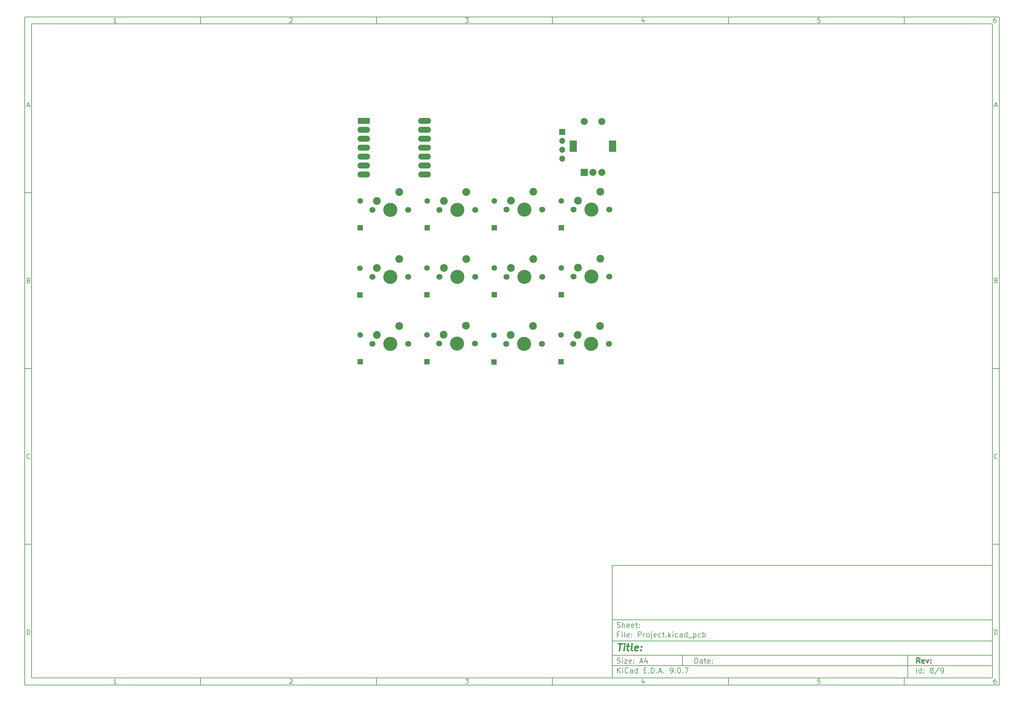
<source format=gbs>
%TF.GenerationSoftware,KiCad,Pcbnew,9.0.7*%
%TF.CreationDate,2026-02-26T16:53:45+05:30*%
%TF.ProjectId,Project,50726f6a-6563-4742-9e6b-696361645f70,rev?*%
%TF.SameCoordinates,Original*%
%TF.FileFunction,Soldermask,Bot*%
%TF.FilePolarity,Negative*%
%FSLAX46Y46*%
G04 Gerber Fmt 4.6, Leading zero omitted, Abs format (unit mm)*
G04 Created by KiCad (PCBNEW 9.0.7) date 2026-02-26 16:53:45*
%MOMM*%
%LPD*%
G01*
G04 APERTURE LIST*
G04 Aperture macros list*
%AMRoundRect*
0 Rectangle with rounded corners*
0 $1 Rounding radius*
0 $2 $3 $4 $5 $6 $7 $8 $9 X,Y pos of 4 corners*
0 Add a 4 corners polygon primitive as box body*
4,1,4,$2,$3,$4,$5,$6,$7,$8,$9,$2,$3,0*
0 Add four circle primitives for the rounded corners*
1,1,$1+$1,$2,$3*
1,1,$1+$1,$4,$5*
1,1,$1+$1,$6,$7*
1,1,$1+$1,$8,$9*
0 Add four rect primitives between the rounded corners*
20,1,$1+$1,$2,$3,$4,$5,0*
20,1,$1+$1,$4,$5,$6,$7,0*
20,1,$1+$1,$6,$7,$8,$9,0*
20,1,$1+$1,$8,$9,$2,$3,0*%
G04 Aperture macros list end*
%ADD10C,0.100000*%
%ADD11C,0.150000*%
%ADD12C,0.300000*%
%ADD13C,0.400000*%
%ADD14C,1.600000*%
%ADD15RoundRect,0.250000X0.550000X-0.550000X0.550000X0.550000X-0.550000X0.550000X-0.550000X-0.550000X0*%
%ADD16C,2.200000*%
%ADD17C,1.700000*%
%ADD18C,4.000000*%
%ADD19R,1.700000X1.700000*%
%ADD20O,1.700000X1.700000*%
%ADD21R,3.500000X1.700000*%
%ADD22O,3.600000X1.700000*%
%ADD23O,3.700000X1.700000*%
%ADD24R,2.000000X2.000000*%
%ADD25C,2.000000*%
%ADD26R,2.000000X3.200000*%
G04 APERTURE END LIST*
D10*
D11*
X177002200Y-166007200D02*
X285002200Y-166007200D01*
X285002200Y-198007200D01*
X177002200Y-198007200D01*
X177002200Y-166007200D01*
D10*
D11*
X10000000Y-10000000D02*
X287002200Y-10000000D01*
X287002200Y-200007200D01*
X10000000Y-200007200D01*
X10000000Y-10000000D01*
D10*
D11*
X12000000Y-12000000D02*
X285002200Y-12000000D01*
X285002200Y-198007200D01*
X12000000Y-198007200D01*
X12000000Y-12000000D01*
D10*
D11*
X60000000Y-12000000D02*
X60000000Y-10000000D01*
D10*
D11*
X110000000Y-12000000D02*
X110000000Y-10000000D01*
D10*
D11*
X160000000Y-12000000D02*
X160000000Y-10000000D01*
D10*
D11*
X210000000Y-12000000D02*
X210000000Y-10000000D01*
D10*
D11*
X260000000Y-12000000D02*
X260000000Y-10000000D01*
D10*
D11*
X36089160Y-11593604D02*
X35346303Y-11593604D01*
X35717731Y-11593604D02*
X35717731Y-10293604D01*
X35717731Y-10293604D02*
X35593922Y-10479319D01*
X35593922Y-10479319D02*
X35470112Y-10603128D01*
X35470112Y-10603128D02*
X35346303Y-10665033D01*
D10*
D11*
X85346303Y-10417414D02*
X85408207Y-10355509D01*
X85408207Y-10355509D02*
X85532017Y-10293604D01*
X85532017Y-10293604D02*
X85841541Y-10293604D01*
X85841541Y-10293604D02*
X85965350Y-10355509D01*
X85965350Y-10355509D02*
X86027255Y-10417414D01*
X86027255Y-10417414D02*
X86089160Y-10541223D01*
X86089160Y-10541223D02*
X86089160Y-10665033D01*
X86089160Y-10665033D02*
X86027255Y-10850747D01*
X86027255Y-10850747D02*
X85284398Y-11593604D01*
X85284398Y-11593604D02*
X86089160Y-11593604D01*
D10*
D11*
X135284398Y-10293604D02*
X136089160Y-10293604D01*
X136089160Y-10293604D02*
X135655826Y-10788842D01*
X135655826Y-10788842D02*
X135841541Y-10788842D01*
X135841541Y-10788842D02*
X135965350Y-10850747D01*
X135965350Y-10850747D02*
X136027255Y-10912652D01*
X136027255Y-10912652D02*
X136089160Y-11036461D01*
X136089160Y-11036461D02*
X136089160Y-11345985D01*
X136089160Y-11345985D02*
X136027255Y-11469795D01*
X136027255Y-11469795D02*
X135965350Y-11531700D01*
X135965350Y-11531700D02*
X135841541Y-11593604D01*
X135841541Y-11593604D02*
X135470112Y-11593604D01*
X135470112Y-11593604D02*
X135346303Y-11531700D01*
X135346303Y-11531700D02*
X135284398Y-11469795D01*
D10*
D11*
X185965350Y-10726938D02*
X185965350Y-11593604D01*
X185655826Y-10231700D02*
X185346303Y-11160271D01*
X185346303Y-11160271D02*
X186151064Y-11160271D01*
D10*
D11*
X236027255Y-10293604D02*
X235408207Y-10293604D01*
X235408207Y-10293604D02*
X235346303Y-10912652D01*
X235346303Y-10912652D02*
X235408207Y-10850747D01*
X235408207Y-10850747D02*
X235532017Y-10788842D01*
X235532017Y-10788842D02*
X235841541Y-10788842D01*
X235841541Y-10788842D02*
X235965350Y-10850747D01*
X235965350Y-10850747D02*
X236027255Y-10912652D01*
X236027255Y-10912652D02*
X236089160Y-11036461D01*
X236089160Y-11036461D02*
X236089160Y-11345985D01*
X236089160Y-11345985D02*
X236027255Y-11469795D01*
X236027255Y-11469795D02*
X235965350Y-11531700D01*
X235965350Y-11531700D02*
X235841541Y-11593604D01*
X235841541Y-11593604D02*
X235532017Y-11593604D01*
X235532017Y-11593604D02*
X235408207Y-11531700D01*
X235408207Y-11531700D02*
X235346303Y-11469795D01*
D10*
D11*
X285965350Y-10293604D02*
X285717731Y-10293604D01*
X285717731Y-10293604D02*
X285593922Y-10355509D01*
X285593922Y-10355509D02*
X285532017Y-10417414D01*
X285532017Y-10417414D02*
X285408207Y-10603128D01*
X285408207Y-10603128D02*
X285346303Y-10850747D01*
X285346303Y-10850747D02*
X285346303Y-11345985D01*
X285346303Y-11345985D02*
X285408207Y-11469795D01*
X285408207Y-11469795D02*
X285470112Y-11531700D01*
X285470112Y-11531700D02*
X285593922Y-11593604D01*
X285593922Y-11593604D02*
X285841541Y-11593604D01*
X285841541Y-11593604D02*
X285965350Y-11531700D01*
X285965350Y-11531700D02*
X286027255Y-11469795D01*
X286027255Y-11469795D02*
X286089160Y-11345985D01*
X286089160Y-11345985D02*
X286089160Y-11036461D01*
X286089160Y-11036461D02*
X286027255Y-10912652D01*
X286027255Y-10912652D02*
X285965350Y-10850747D01*
X285965350Y-10850747D02*
X285841541Y-10788842D01*
X285841541Y-10788842D02*
X285593922Y-10788842D01*
X285593922Y-10788842D02*
X285470112Y-10850747D01*
X285470112Y-10850747D02*
X285408207Y-10912652D01*
X285408207Y-10912652D02*
X285346303Y-11036461D01*
D10*
D11*
X60000000Y-198007200D02*
X60000000Y-200007200D01*
D10*
D11*
X110000000Y-198007200D02*
X110000000Y-200007200D01*
D10*
D11*
X160000000Y-198007200D02*
X160000000Y-200007200D01*
D10*
D11*
X210000000Y-198007200D02*
X210000000Y-200007200D01*
D10*
D11*
X260000000Y-198007200D02*
X260000000Y-200007200D01*
D10*
D11*
X36089160Y-199600804D02*
X35346303Y-199600804D01*
X35717731Y-199600804D02*
X35717731Y-198300804D01*
X35717731Y-198300804D02*
X35593922Y-198486519D01*
X35593922Y-198486519D02*
X35470112Y-198610328D01*
X35470112Y-198610328D02*
X35346303Y-198672233D01*
D10*
D11*
X85346303Y-198424614D02*
X85408207Y-198362709D01*
X85408207Y-198362709D02*
X85532017Y-198300804D01*
X85532017Y-198300804D02*
X85841541Y-198300804D01*
X85841541Y-198300804D02*
X85965350Y-198362709D01*
X85965350Y-198362709D02*
X86027255Y-198424614D01*
X86027255Y-198424614D02*
X86089160Y-198548423D01*
X86089160Y-198548423D02*
X86089160Y-198672233D01*
X86089160Y-198672233D02*
X86027255Y-198857947D01*
X86027255Y-198857947D02*
X85284398Y-199600804D01*
X85284398Y-199600804D02*
X86089160Y-199600804D01*
D10*
D11*
X135284398Y-198300804D02*
X136089160Y-198300804D01*
X136089160Y-198300804D02*
X135655826Y-198796042D01*
X135655826Y-198796042D02*
X135841541Y-198796042D01*
X135841541Y-198796042D02*
X135965350Y-198857947D01*
X135965350Y-198857947D02*
X136027255Y-198919852D01*
X136027255Y-198919852D02*
X136089160Y-199043661D01*
X136089160Y-199043661D02*
X136089160Y-199353185D01*
X136089160Y-199353185D02*
X136027255Y-199476995D01*
X136027255Y-199476995D02*
X135965350Y-199538900D01*
X135965350Y-199538900D02*
X135841541Y-199600804D01*
X135841541Y-199600804D02*
X135470112Y-199600804D01*
X135470112Y-199600804D02*
X135346303Y-199538900D01*
X135346303Y-199538900D02*
X135284398Y-199476995D01*
D10*
D11*
X185965350Y-198734138D02*
X185965350Y-199600804D01*
X185655826Y-198238900D02*
X185346303Y-199167471D01*
X185346303Y-199167471D02*
X186151064Y-199167471D01*
D10*
D11*
X236027255Y-198300804D02*
X235408207Y-198300804D01*
X235408207Y-198300804D02*
X235346303Y-198919852D01*
X235346303Y-198919852D02*
X235408207Y-198857947D01*
X235408207Y-198857947D02*
X235532017Y-198796042D01*
X235532017Y-198796042D02*
X235841541Y-198796042D01*
X235841541Y-198796042D02*
X235965350Y-198857947D01*
X235965350Y-198857947D02*
X236027255Y-198919852D01*
X236027255Y-198919852D02*
X236089160Y-199043661D01*
X236089160Y-199043661D02*
X236089160Y-199353185D01*
X236089160Y-199353185D02*
X236027255Y-199476995D01*
X236027255Y-199476995D02*
X235965350Y-199538900D01*
X235965350Y-199538900D02*
X235841541Y-199600804D01*
X235841541Y-199600804D02*
X235532017Y-199600804D01*
X235532017Y-199600804D02*
X235408207Y-199538900D01*
X235408207Y-199538900D02*
X235346303Y-199476995D01*
D10*
D11*
X285965350Y-198300804D02*
X285717731Y-198300804D01*
X285717731Y-198300804D02*
X285593922Y-198362709D01*
X285593922Y-198362709D02*
X285532017Y-198424614D01*
X285532017Y-198424614D02*
X285408207Y-198610328D01*
X285408207Y-198610328D02*
X285346303Y-198857947D01*
X285346303Y-198857947D02*
X285346303Y-199353185D01*
X285346303Y-199353185D02*
X285408207Y-199476995D01*
X285408207Y-199476995D02*
X285470112Y-199538900D01*
X285470112Y-199538900D02*
X285593922Y-199600804D01*
X285593922Y-199600804D02*
X285841541Y-199600804D01*
X285841541Y-199600804D02*
X285965350Y-199538900D01*
X285965350Y-199538900D02*
X286027255Y-199476995D01*
X286027255Y-199476995D02*
X286089160Y-199353185D01*
X286089160Y-199353185D02*
X286089160Y-199043661D01*
X286089160Y-199043661D02*
X286027255Y-198919852D01*
X286027255Y-198919852D02*
X285965350Y-198857947D01*
X285965350Y-198857947D02*
X285841541Y-198796042D01*
X285841541Y-198796042D02*
X285593922Y-198796042D01*
X285593922Y-198796042D02*
X285470112Y-198857947D01*
X285470112Y-198857947D02*
X285408207Y-198919852D01*
X285408207Y-198919852D02*
X285346303Y-199043661D01*
D10*
D11*
X10000000Y-60000000D02*
X12000000Y-60000000D01*
D10*
D11*
X10000000Y-110000000D02*
X12000000Y-110000000D01*
D10*
D11*
X10000000Y-160000000D02*
X12000000Y-160000000D01*
D10*
D11*
X10690476Y-35222176D02*
X11309523Y-35222176D01*
X10566666Y-35593604D02*
X10999999Y-34293604D01*
X10999999Y-34293604D02*
X11433333Y-35593604D01*
D10*
D11*
X11092857Y-84912652D02*
X11278571Y-84974557D01*
X11278571Y-84974557D02*
X11340476Y-85036461D01*
X11340476Y-85036461D02*
X11402380Y-85160271D01*
X11402380Y-85160271D02*
X11402380Y-85345985D01*
X11402380Y-85345985D02*
X11340476Y-85469795D01*
X11340476Y-85469795D02*
X11278571Y-85531700D01*
X11278571Y-85531700D02*
X11154761Y-85593604D01*
X11154761Y-85593604D02*
X10659523Y-85593604D01*
X10659523Y-85593604D02*
X10659523Y-84293604D01*
X10659523Y-84293604D02*
X11092857Y-84293604D01*
X11092857Y-84293604D02*
X11216666Y-84355509D01*
X11216666Y-84355509D02*
X11278571Y-84417414D01*
X11278571Y-84417414D02*
X11340476Y-84541223D01*
X11340476Y-84541223D02*
X11340476Y-84665033D01*
X11340476Y-84665033D02*
X11278571Y-84788842D01*
X11278571Y-84788842D02*
X11216666Y-84850747D01*
X11216666Y-84850747D02*
X11092857Y-84912652D01*
X11092857Y-84912652D02*
X10659523Y-84912652D01*
D10*
D11*
X11402380Y-135469795D02*
X11340476Y-135531700D01*
X11340476Y-135531700D02*
X11154761Y-135593604D01*
X11154761Y-135593604D02*
X11030952Y-135593604D01*
X11030952Y-135593604D02*
X10845238Y-135531700D01*
X10845238Y-135531700D02*
X10721428Y-135407890D01*
X10721428Y-135407890D02*
X10659523Y-135284080D01*
X10659523Y-135284080D02*
X10597619Y-135036461D01*
X10597619Y-135036461D02*
X10597619Y-134850747D01*
X10597619Y-134850747D02*
X10659523Y-134603128D01*
X10659523Y-134603128D02*
X10721428Y-134479319D01*
X10721428Y-134479319D02*
X10845238Y-134355509D01*
X10845238Y-134355509D02*
X11030952Y-134293604D01*
X11030952Y-134293604D02*
X11154761Y-134293604D01*
X11154761Y-134293604D02*
X11340476Y-134355509D01*
X11340476Y-134355509D02*
X11402380Y-134417414D01*
D10*
D11*
X10659523Y-185593604D02*
X10659523Y-184293604D01*
X10659523Y-184293604D02*
X10969047Y-184293604D01*
X10969047Y-184293604D02*
X11154761Y-184355509D01*
X11154761Y-184355509D02*
X11278571Y-184479319D01*
X11278571Y-184479319D02*
X11340476Y-184603128D01*
X11340476Y-184603128D02*
X11402380Y-184850747D01*
X11402380Y-184850747D02*
X11402380Y-185036461D01*
X11402380Y-185036461D02*
X11340476Y-185284080D01*
X11340476Y-185284080D02*
X11278571Y-185407890D01*
X11278571Y-185407890D02*
X11154761Y-185531700D01*
X11154761Y-185531700D02*
X10969047Y-185593604D01*
X10969047Y-185593604D02*
X10659523Y-185593604D01*
D10*
D11*
X287002200Y-60000000D02*
X285002200Y-60000000D01*
D10*
D11*
X287002200Y-110000000D02*
X285002200Y-110000000D01*
D10*
D11*
X287002200Y-160000000D02*
X285002200Y-160000000D01*
D10*
D11*
X285692676Y-35222176D02*
X286311723Y-35222176D01*
X285568866Y-35593604D02*
X286002199Y-34293604D01*
X286002199Y-34293604D02*
X286435533Y-35593604D01*
D10*
D11*
X286095057Y-84912652D02*
X286280771Y-84974557D01*
X286280771Y-84974557D02*
X286342676Y-85036461D01*
X286342676Y-85036461D02*
X286404580Y-85160271D01*
X286404580Y-85160271D02*
X286404580Y-85345985D01*
X286404580Y-85345985D02*
X286342676Y-85469795D01*
X286342676Y-85469795D02*
X286280771Y-85531700D01*
X286280771Y-85531700D02*
X286156961Y-85593604D01*
X286156961Y-85593604D02*
X285661723Y-85593604D01*
X285661723Y-85593604D02*
X285661723Y-84293604D01*
X285661723Y-84293604D02*
X286095057Y-84293604D01*
X286095057Y-84293604D02*
X286218866Y-84355509D01*
X286218866Y-84355509D02*
X286280771Y-84417414D01*
X286280771Y-84417414D02*
X286342676Y-84541223D01*
X286342676Y-84541223D02*
X286342676Y-84665033D01*
X286342676Y-84665033D02*
X286280771Y-84788842D01*
X286280771Y-84788842D02*
X286218866Y-84850747D01*
X286218866Y-84850747D02*
X286095057Y-84912652D01*
X286095057Y-84912652D02*
X285661723Y-84912652D01*
D10*
D11*
X286404580Y-135469795D02*
X286342676Y-135531700D01*
X286342676Y-135531700D02*
X286156961Y-135593604D01*
X286156961Y-135593604D02*
X286033152Y-135593604D01*
X286033152Y-135593604D02*
X285847438Y-135531700D01*
X285847438Y-135531700D02*
X285723628Y-135407890D01*
X285723628Y-135407890D02*
X285661723Y-135284080D01*
X285661723Y-135284080D02*
X285599819Y-135036461D01*
X285599819Y-135036461D02*
X285599819Y-134850747D01*
X285599819Y-134850747D02*
X285661723Y-134603128D01*
X285661723Y-134603128D02*
X285723628Y-134479319D01*
X285723628Y-134479319D02*
X285847438Y-134355509D01*
X285847438Y-134355509D02*
X286033152Y-134293604D01*
X286033152Y-134293604D02*
X286156961Y-134293604D01*
X286156961Y-134293604D02*
X286342676Y-134355509D01*
X286342676Y-134355509D02*
X286404580Y-134417414D01*
D10*
D11*
X285661723Y-185593604D02*
X285661723Y-184293604D01*
X285661723Y-184293604D02*
X285971247Y-184293604D01*
X285971247Y-184293604D02*
X286156961Y-184355509D01*
X286156961Y-184355509D02*
X286280771Y-184479319D01*
X286280771Y-184479319D02*
X286342676Y-184603128D01*
X286342676Y-184603128D02*
X286404580Y-184850747D01*
X286404580Y-184850747D02*
X286404580Y-185036461D01*
X286404580Y-185036461D02*
X286342676Y-185284080D01*
X286342676Y-185284080D02*
X286280771Y-185407890D01*
X286280771Y-185407890D02*
X286156961Y-185531700D01*
X286156961Y-185531700D02*
X285971247Y-185593604D01*
X285971247Y-185593604D02*
X285661723Y-185593604D01*
D10*
D11*
X200458026Y-193793328D02*
X200458026Y-192293328D01*
X200458026Y-192293328D02*
X200815169Y-192293328D01*
X200815169Y-192293328D02*
X201029455Y-192364757D01*
X201029455Y-192364757D02*
X201172312Y-192507614D01*
X201172312Y-192507614D02*
X201243741Y-192650471D01*
X201243741Y-192650471D02*
X201315169Y-192936185D01*
X201315169Y-192936185D02*
X201315169Y-193150471D01*
X201315169Y-193150471D02*
X201243741Y-193436185D01*
X201243741Y-193436185D02*
X201172312Y-193579042D01*
X201172312Y-193579042D02*
X201029455Y-193721900D01*
X201029455Y-193721900D02*
X200815169Y-193793328D01*
X200815169Y-193793328D02*
X200458026Y-193793328D01*
X202600884Y-193793328D02*
X202600884Y-193007614D01*
X202600884Y-193007614D02*
X202529455Y-192864757D01*
X202529455Y-192864757D02*
X202386598Y-192793328D01*
X202386598Y-192793328D02*
X202100884Y-192793328D01*
X202100884Y-192793328D02*
X201958026Y-192864757D01*
X202600884Y-193721900D02*
X202458026Y-193793328D01*
X202458026Y-193793328D02*
X202100884Y-193793328D01*
X202100884Y-193793328D02*
X201958026Y-193721900D01*
X201958026Y-193721900D02*
X201886598Y-193579042D01*
X201886598Y-193579042D02*
X201886598Y-193436185D01*
X201886598Y-193436185D02*
X201958026Y-193293328D01*
X201958026Y-193293328D02*
X202100884Y-193221900D01*
X202100884Y-193221900D02*
X202458026Y-193221900D01*
X202458026Y-193221900D02*
X202600884Y-193150471D01*
X203100884Y-192793328D02*
X203672312Y-192793328D01*
X203315169Y-192293328D02*
X203315169Y-193579042D01*
X203315169Y-193579042D02*
X203386598Y-193721900D01*
X203386598Y-193721900D02*
X203529455Y-193793328D01*
X203529455Y-193793328D02*
X203672312Y-193793328D01*
X204743741Y-193721900D02*
X204600884Y-193793328D01*
X204600884Y-193793328D02*
X204315170Y-193793328D01*
X204315170Y-193793328D02*
X204172312Y-193721900D01*
X204172312Y-193721900D02*
X204100884Y-193579042D01*
X204100884Y-193579042D02*
X204100884Y-193007614D01*
X204100884Y-193007614D02*
X204172312Y-192864757D01*
X204172312Y-192864757D02*
X204315170Y-192793328D01*
X204315170Y-192793328D02*
X204600884Y-192793328D01*
X204600884Y-192793328D02*
X204743741Y-192864757D01*
X204743741Y-192864757D02*
X204815170Y-193007614D01*
X204815170Y-193007614D02*
X204815170Y-193150471D01*
X204815170Y-193150471D02*
X204100884Y-193293328D01*
X205458026Y-193650471D02*
X205529455Y-193721900D01*
X205529455Y-193721900D02*
X205458026Y-193793328D01*
X205458026Y-193793328D02*
X205386598Y-193721900D01*
X205386598Y-193721900D02*
X205458026Y-193650471D01*
X205458026Y-193650471D02*
X205458026Y-193793328D01*
X205458026Y-192864757D02*
X205529455Y-192936185D01*
X205529455Y-192936185D02*
X205458026Y-193007614D01*
X205458026Y-193007614D02*
X205386598Y-192936185D01*
X205386598Y-192936185D02*
X205458026Y-192864757D01*
X205458026Y-192864757D02*
X205458026Y-193007614D01*
D10*
D11*
X177002200Y-194507200D02*
X285002200Y-194507200D01*
D10*
D11*
X178458026Y-196593328D02*
X178458026Y-195093328D01*
X179315169Y-196593328D02*
X178672312Y-195736185D01*
X179315169Y-195093328D02*
X178458026Y-195950471D01*
X179958026Y-196593328D02*
X179958026Y-195593328D01*
X179958026Y-195093328D02*
X179886598Y-195164757D01*
X179886598Y-195164757D02*
X179958026Y-195236185D01*
X179958026Y-195236185D02*
X180029455Y-195164757D01*
X180029455Y-195164757D02*
X179958026Y-195093328D01*
X179958026Y-195093328D02*
X179958026Y-195236185D01*
X181529455Y-196450471D02*
X181458027Y-196521900D01*
X181458027Y-196521900D02*
X181243741Y-196593328D01*
X181243741Y-196593328D02*
X181100884Y-196593328D01*
X181100884Y-196593328D02*
X180886598Y-196521900D01*
X180886598Y-196521900D02*
X180743741Y-196379042D01*
X180743741Y-196379042D02*
X180672312Y-196236185D01*
X180672312Y-196236185D02*
X180600884Y-195950471D01*
X180600884Y-195950471D02*
X180600884Y-195736185D01*
X180600884Y-195736185D02*
X180672312Y-195450471D01*
X180672312Y-195450471D02*
X180743741Y-195307614D01*
X180743741Y-195307614D02*
X180886598Y-195164757D01*
X180886598Y-195164757D02*
X181100884Y-195093328D01*
X181100884Y-195093328D02*
X181243741Y-195093328D01*
X181243741Y-195093328D02*
X181458027Y-195164757D01*
X181458027Y-195164757D02*
X181529455Y-195236185D01*
X182815170Y-196593328D02*
X182815170Y-195807614D01*
X182815170Y-195807614D02*
X182743741Y-195664757D01*
X182743741Y-195664757D02*
X182600884Y-195593328D01*
X182600884Y-195593328D02*
X182315170Y-195593328D01*
X182315170Y-195593328D02*
X182172312Y-195664757D01*
X182815170Y-196521900D02*
X182672312Y-196593328D01*
X182672312Y-196593328D02*
X182315170Y-196593328D01*
X182315170Y-196593328D02*
X182172312Y-196521900D01*
X182172312Y-196521900D02*
X182100884Y-196379042D01*
X182100884Y-196379042D02*
X182100884Y-196236185D01*
X182100884Y-196236185D02*
X182172312Y-196093328D01*
X182172312Y-196093328D02*
X182315170Y-196021900D01*
X182315170Y-196021900D02*
X182672312Y-196021900D01*
X182672312Y-196021900D02*
X182815170Y-195950471D01*
X184172313Y-196593328D02*
X184172313Y-195093328D01*
X184172313Y-196521900D02*
X184029455Y-196593328D01*
X184029455Y-196593328D02*
X183743741Y-196593328D01*
X183743741Y-196593328D02*
X183600884Y-196521900D01*
X183600884Y-196521900D02*
X183529455Y-196450471D01*
X183529455Y-196450471D02*
X183458027Y-196307614D01*
X183458027Y-196307614D02*
X183458027Y-195879042D01*
X183458027Y-195879042D02*
X183529455Y-195736185D01*
X183529455Y-195736185D02*
X183600884Y-195664757D01*
X183600884Y-195664757D02*
X183743741Y-195593328D01*
X183743741Y-195593328D02*
X184029455Y-195593328D01*
X184029455Y-195593328D02*
X184172313Y-195664757D01*
X186029455Y-195807614D02*
X186529455Y-195807614D01*
X186743741Y-196593328D02*
X186029455Y-196593328D01*
X186029455Y-196593328D02*
X186029455Y-195093328D01*
X186029455Y-195093328D02*
X186743741Y-195093328D01*
X187386598Y-196450471D02*
X187458027Y-196521900D01*
X187458027Y-196521900D02*
X187386598Y-196593328D01*
X187386598Y-196593328D02*
X187315170Y-196521900D01*
X187315170Y-196521900D02*
X187386598Y-196450471D01*
X187386598Y-196450471D02*
X187386598Y-196593328D01*
X188100884Y-196593328D02*
X188100884Y-195093328D01*
X188100884Y-195093328D02*
X188458027Y-195093328D01*
X188458027Y-195093328D02*
X188672313Y-195164757D01*
X188672313Y-195164757D02*
X188815170Y-195307614D01*
X188815170Y-195307614D02*
X188886599Y-195450471D01*
X188886599Y-195450471D02*
X188958027Y-195736185D01*
X188958027Y-195736185D02*
X188958027Y-195950471D01*
X188958027Y-195950471D02*
X188886599Y-196236185D01*
X188886599Y-196236185D02*
X188815170Y-196379042D01*
X188815170Y-196379042D02*
X188672313Y-196521900D01*
X188672313Y-196521900D02*
X188458027Y-196593328D01*
X188458027Y-196593328D02*
X188100884Y-196593328D01*
X189600884Y-196450471D02*
X189672313Y-196521900D01*
X189672313Y-196521900D02*
X189600884Y-196593328D01*
X189600884Y-196593328D02*
X189529456Y-196521900D01*
X189529456Y-196521900D02*
X189600884Y-196450471D01*
X189600884Y-196450471D02*
X189600884Y-196593328D01*
X190243742Y-196164757D02*
X190958028Y-196164757D01*
X190100885Y-196593328D02*
X190600885Y-195093328D01*
X190600885Y-195093328D02*
X191100885Y-196593328D01*
X191600884Y-196450471D02*
X191672313Y-196521900D01*
X191672313Y-196521900D02*
X191600884Y-196593328D01*
X191600884Y-196593328D02*
X191529456Y-196521900D01*
X191529456Y-196521900D02*
X191600884Y-196450471D01*
X191600884Y-196450471D02*
X191600884Y-196593328D01*
X193529456Y-196593328D02*
X193815170Y-196593328D01*
X193815170Y-196593328D02*
X193958027Y-196521900D01*
X193958027Y-196521900D02*
X194029456Y-196450471D01*
X194029456Y-196450471D02*
X194172313Y-196236185D01*
X194172313Y-196236185D02*
X194243742Y-195950471D01*
X194243742Y-195950471D02*
X194243742Y-195379042D01*
X194243742Y-195379042D02*
X194172313Y-195236185D01*
X194172313Y-195236185D02*
X194100885Y-195164757D01*
X194100885Y-195164757D02*
X193958027Y-195093328D01*
X193958027Y-195093328D02*
X193672313Y-195093328D01*
X193672313Y-195093328D02*
X193529456Y-195164757D01*
X193529456Y-195164757D02*
X193458027Y-195236185D01*
X193458027Y-195236185D02*
X193386599Y-195379042D01*
X193386599Y-195379042D02*
X193386599Y-195736185D01*
X193386599Y-195736185D02*
X193458027Y-195879042D01*
X193458027Y-195879042D02*
X193529456Y-195950471D01*
X193529456Y-195950471D02*
X193672313Y-196021900D01*
X193672313Y-196021900D02*
X193958027Y-196021900D01*
X193958027Y-196021900D02*
X194100885Y-195950471D01*
X194100885Y-195950471D02*
X194172313Y-195879042D01*
X194172313Y-195879042D02*
X194243742Y-195736185D01*
X194886598Y-196450471D02*
X194958027Y-196521900D01*
X194958027Y-196521900D02*
X194886598Y-196593328D01*
X194886598Y-196593328D02*
X194815170Y-196521900D01*
X194815170Y-196521900D02*
X194886598Y-196450471D01*
X194886598Y-196450471D02*
X194886598Y-196593328D01*
X195886599Y-195093328D02*
X196029456Y-195093328D01*
X196029456Y-195093328D02*
X196172313Y-195164757D01*
X196172313Y-195164757D02*
X196243742Y-195236185D01*
X196243742Y-195236185D02*
X196315170Y-195379042D01*
X196315170Y-195379042D02*
X196386599Y-195664757D01*
X196386599Y-195664757D02*
X196386599Y-196021900D01*
X196386599Y-196021900D02*
X196315170Y-196307614D01*
X196315170Y-196307614D02*
X196243742Y-196450471D01*
X196243742Y-196450471D02*
X196172313Y-196521900D01*
X196172313Y-196521900D02*
X196029456Y-196593328D01*
X196029456Y-196593328D02*
X195886599Y-196593328D01*
X195886599Y-196593328D02*
X195743742Y-196521900D01*
X195743742Y-196521900D02*
X195672313Y-196450471D01*
X195672313Y-196450471D02*
X195600884Y-196307614D01*
X195600884Y-196307614D02*
X195529456Y-196021900D01*
X195529456Y-196021900D02*
X195529456Y-195664757D01*
X195529456Y-195664757D02*
X195600884Y-195379042D01*
X195600884Y-195379042D02*
X195672313Y-195236185D01*
X195672313Y-195236185D02*
X195743742Y-195164757D01*
X195743742Y-195164757D02*
X195886599Y-195093328D01*
X197029455Y-196450471D02*
X197100884Y-196521900D01*
X197100884Y-196521900D02*
X197029455Y-196593328D01*
X197029455Y-196593328D02*
X196958027Y-196521900D01*
X196958027Y-196521900D02*
X197029455Y-196450471D01*
X197029455Y-196450471D02*
X197029455Y-196593328D01*
X197600884Y-195093328D02*
X198600884Y-195093328D01*
X198600884Y-195093328D02*
X197958027Y-196593328D01*
D10*
D11*
X177002200Y-191507200D02*
X285002200Y-191507200D01*
D10*
D12*
X264413853Y-193785528D02*
X263913853Y-193071242D01*
X263556710Y-193785528D02*
X263556710Y-192285528D01*
X263556710Y-192285528D02*
X264128139Y-192285528D01*
X264128139Y-192285528D02*
X264270996Y-192356957D01*
X264270996Y-192356957D02*
X264342425Y-192428385D01*
X264342425Y-192428385D02*
X264413853Y-192571242D01*
X264413853Y-192571242D02*
X264413853Y-192785528D01*
X264413853Y-192785528D02*
X264342425Y-192928385D01*
X264342425Y-192928385D02*
X264270996Y-192999814D01*
X264270996Y-192999814D02*
X264128139Y-193071242D01*
X264128139Y-193071242D02*
X263556710Y-193071242D01*
X265628139Y-193714100D02*
X265485282Y-193785528D01*
X265485282Y-193785528D02*
X265199568Y-193785528D01*
X265199568Y-193785528D02*
X265056710Y-193714100D01*
X265056710Y-193714100D02*
X264985282Y-193571242D01*
X264985282Y-193571242D02*
X264985282Y-192999814D01*
X264985282Y-192999814D02*
X265056710Y-192856957D01*
X265056710Y-192856957D02*
X265199568Y-192785528D01*
X265199568Y-192785528D02*
X265485282Y-192785528D01*
X265485282Y-192785528D02*
X265628139Y-192856957D01*
X265628139Y-192856957D02*
X265699568Y-192999814D01*
X265699568Y-192999814D02*
X265699568Y-193142671D01*
X265699568Y-193142671D02*
X264985282Y-193285528D01*
X266199567Y-192785528D02*
X266556710Y-193785528D01*
X266556710Y-193785528D02*
X266913853Y-192785528D01*
X267485281Y-193642671D02*
X267556710Y-193714100D01*
X267556710Y-193714100D02*
X267485281Y-193785528D01*
X267485281Y-193785528D02*
X267413853Y-193714100D01*
X267413853Y-193714100D02*
X267485281Y-193642671D01*
X267485281Y-193642671D02*
X267485281Y-193785528D01*
X267485281Y-192856957D02*
X267556710Y-192928385D01*
X267556710Y-192928385D02*
X267485281Y-192999814D01*
X267485281Y-192999814D02*
X267413853Y-192928385D01*
X267413853Y-192928385D02*
X267485281Y-192856957D01*
X267485281Y-192856957D02*
X267485281Y-192999814D01*
D10*
D11*
X178386598Y-193721900D02*
X178600884Y-193793328D01*
X178600884Y-193793328D02*
X178958026Y-193793328D01*
X178958026Y-193793328D02*
X179100884Y-193721900D01*
X179100884Y-193721900D02*
X179172312Y-193650471D01*
X179172312Y-193650471D02*
X179243741Y-193507614D01*
X179243741Y-193507614D02*
X179243741Y-193364757D01*
X179243741Y-193364757D02*
X179172312Y-193221900D01*
X179172312Y-193221900D02*
X179100884Y-193150471D01*
X179100884Y-193150471D02*
X178958026Y-193079042D01*
X178958026Y-193079042D02*
X178672312Y-193007614D01*
X178672312Y-193007614D02*
X178529455Y-192936185D01*
X178529455Y-192936185D02*
X178458026Y-192864757D01*
X178458026Y-192864757D02*
X178386598Y-192721900D01*
X178386598Y-192721900D02*
X178386598Y-192579042D01*
X178386598Y-192579042D02*
X178458026Y-192436185D01*
X178458026Y-192436185D02*
X178529455Y-192364757D01*
X178529455Y-192364757D02*
X178672312Y-192293328D01*
X178672312Y-192293328D02*
X179029455Y-192293328D01*
X179029455Y-192293328D02*
X179243741Y-192364757D01*
X179886597Y-193793328D02*
X179886597Y-192793328D01*
X179886597Y-192293328D02*
X179815169Y-192364757D01*
X179815169Y-192364757D02*
X179886597Y-192436185D01*
X179886597Y-192436185D02*
X179958026Y-192364757D01*
X179958026Y-192364757D02*
X179886597Y-192293328D01*
X179886597Y-192293328D02*
X179886597Y-192436185D01*
X180458026Y-192793328D02*
X181243741Y-192793328D01*
X181243741Y-192793328D02*
X180458026Y-193793328D01*
X180458026Y-193793328D02*
X181243741Y-193793328D01*
X182386598Y-193721900D02*
X182243741Y-193793328D01*
X182243741Y-193793328D02*
X181958027Y-193793328D01*
X181958027Y-193793328D02*
X181815169Y-193721900D01*
X181815169Y-193721900D02*
X181743741Y-193579042D01*
X181743741Y-193579042D02*
X181743741Y-193007614D01*
X181743741Y-193007614D02*
X181815169Y-192864757D01*
X181815169Y-192864757D02*
X181958027Y-192793328D01*
X181958027Y-192793328D02*
X182243741Y-192793328D01*
X182243741Y-192793328D02*
X182386598Y-192864757D01*
X182386598Y-192864757D02*
X182458027Y-193007614D01*
X182458027Y-193007614D02*
X182458027Y-193150471D01*
X182458027Y-193150471D02*
X181743741Y-193293328D01*
X183100883Y-193650471D02*
X183172312Y-193721900D01*
X183172312Y-193721900D02*
X183100883Y-193793328D01*
X183100883Y-193793328D02*
X183029455Y-193721900D01*
X183029455Y-193721900D02*
X183100883Y-193650471D01*
X183100883Y-193650471D02*
X183100883Y-193793328D01*
X183100883Y-192864757D02*
X183172312Y-192936185D01*
X183172312Y-192936185D02*
X183100883Y-193007614D01*
X183100883Y-193007614D02*
X183029455Y-192936185D01*
X183029455Y-192936185D02*
X183100883Y-192864757D01*
X183100883Y-192864757D02*
X183100883Y-193007614D01*
X184886598Y-193364757D02*
X185600884Y-193364757D01*
X184743741Y-193793328D02*
X185243741Y-192293328D01*
X185243741Y-192293328D02*
X185743741Y-193793328D01*
X186886598Y-192793328D02*
X186886598Y-193793328D01*
X186529455Y-192221900D02*
X186172312Y-193293328D01*
X186172312Y-193293328D02*
X187100883Y-193293328D01*
D10*
D11*
X263458026Y-196593328D02*
X263458026Y-195093328D01*
X264815170Y-196593328D02*
X264815170Y-195093328D01*
X264815170Y-196521900D02*
X264672312Y-196593328D01*
X264672312Y-196593328D02*
X264386598Y-196593328D01*
X264386598Y-196593328D02*
X264243741Y-196521900D01*
X264243741Y-196521900D02*
X264172312Y-196450471D01*
X264172312Y-196450471D02*
X264100884Y-196307614D01*
X264100884Y-196307614D02*
X264100884Y-195879042D01*
X264100884Y-195879042D02*
X264172312Y-195736185D01*
X264172312Y-195736185D02*
X264243741Y-195664757D01*
X264243741Y-195664757D02*
X264386598Y-195593328D01*
X264386598Y-195593328D02*
X264672312Y-195593328D01*
X264672312Y-195593328D02*
X264815170Y-195664757D01*
X265529455Y-196450471D02*
X265600884Y-196521900D01*
X265600884Y-196521900D02*
X265529455Y-196593328D01*
X265529455Y-196593328D02*
X265458027Y-196521900D01*
X265458027Y-196521900D02*
X265529455Y-196450471D01*
X265529455Y-196450471D02*
X265529455Y-196593328D01*
X265529455Y-195664757D02*
X265600884Y-195736185D01*
X265600884Y-195736185D02*
X265529455Y-195807614D01*
X265529455Y-195807614D02*
X265458027Y-195736185D01*
X265458027Y-195736185D02*
X265529455Y-195664757D01*
X265529455Y-195664757D02*
X265529455Y-195807614D01*
X267600884Y-195736185D02*
X267458027Y-195664757D01*
X267458027Y-195664757D02*
X267386598Y-195593328D01*
X267386598Y-195593328D02*
X267315170Y-195450471D01*
X267315170Y-195450471D02*
X267315170Y-195379042D01*
X267315170Y-195379042D02*
X267386598Y-195236185D01*
X267386598Y-195236185D02*
X267458027Y-195164757D01*
X267458027Y-195164757D02*
X267600884Y-195093328D01*
X267600884Y-195093328D02*
X267886598Y-195093328D01*
X267886598Y-195093328D02*
X268029456Y-195164757D01*
X268029456Y-195164757D02*
X268100884Y-195236185D01*
X268100884Y-195236185D02*
X268172313Y-195379042D01*
X268172313Y-195379042D02*
X268172313Y-195450471D01*
X268172313Y-195450471D02*
X268100884Y-195593328D01*
X268100884Y-195593328D02*
X268029456Y-195664757D01*
X268029456Y-195664757D02*
X267886598Y-195736185D01*
X267886598Y-195736185D02*
X267600884Y-195736185D01*
X267600884Y-195736185D02*
X267458027Y-195807614D01*
X267458027Y-195807614D02*
X267386598Y-195879042D01*
X267386598Y-195879042D02*
X267315170Y-196021900D01*
X267315170Y-196021900D02*
X267315170Y-196307614D01*
X267315170Y-196307614D02*
X267386598Y-196450471D01*
X267386598Y-196450471D02*
X267458027Y-196521900D01*
X267458027Y-196521900D02*
X267600884Y-196593328D01*
X267600884Y-196593328D02*
X267886598Y-196593328D01*
X267886598Y-196593328D02*
X268029456Y-196521900D01*
X268029456Y-196521900D02*
X268100884Y-196450471D01*
X268100884Y-196450471D02*
X268172313Y-196307614D01*
X268172313Y-196307614D02*
X268172313Y-196021900D01*
X268172313Y-196021900D02*
X268100884Y-195879042D01*
X268100884Y-195879042D02*
X268029456Y-195807614D01*
X268029456Y-195807614D02*
X267886598Y-195736185D01*
X269886598Y-195021900D02*
X268600884Y-196950471D01*
X270458027Y-196593328D02*
X270743741Y-196593328D01*
X270743741Y-196593328D02*
X270886598Y-196521900D01*
X270886598Y-196521900D02*
X270958027Y-196450471D01*
X270958027Y-196450471D02*
X271100884Y-196236185D01*
X271100884Y-196236185D02*
X271172313Y-195950471D01*
X271172313Y-195950471D02*
X271172313Y-195379042D01*
X271172313Y-195379042D02*
X271100884Y-195236185D01*
X271100884Y-195236185D02*
X271029456Y-195164757D01*
X271029456Y-195164757D02*
X270886598Y-195093328D01*
X270886598Y-195093328D02*
X270600884Y-195093328D01*
X270600884Y-195093328D02*
X270458027Y-195164757D01*
X270458027Y-195164757D02*
X270386598Y-195236185D01*
X270386598Y-195236185D02*
X270315170Y-195379042D01*
X270315170Y-195379042D02*
X270315170Y-195736185D01*
X270315170Y-195736185D02*
X270386598Y-195879042D01*
X270386598Y-195879042D02*
X270458027Y-195950471D01*
X270458027Y-195950471D02*
X270600884Y-196021900D01*
X270600884Y-196021900D02*
X270886598Y-196021900D01*
X270886598Y-196021900D02*
X271029456Y-195950471D01*
X271029456Y-195950471D02*
X271100884Y-195879042D01*
X271100884Y-195879042D02*
X271172313Y-195736185D01*
D10*
D11*
X177002200Y-187507200D02*
X285002200Y-187507200D01*
D10*
D13*
X178693928Y-188211638D02*
X179836785Y-188211638D01*
X179015357Y-190211638D02*
X179265357Y-188211638D01*
X180253452Y-190211638D02*
X180420119Y-188878304D01*
X180503452Y-188211638D02*
X180396309Y-188306876D01*
X180396309Y-188306876D02*
X180479643Y-188402114D01*
X180479643Y-188402114D02*
X180586786Y-188306876D01*
X180586786Y-188306876D02*
X180503452Y-188211638D01*
X180503452Y-188211638D02*
X180479643Y-188402114D01*
X181086786Y-188878304D02*
X181848690Y-188878304D01*
X181455833Y-188211638D02*
X181241548Y-189925923D01*
X181241548Y-189925923D02*
X181312976Y-190116400D01*
X181312976Y-190116400D02*
X181491548Y-190211638D01*
X181491548Y-190211638D02*
X181682024Y-190211638D01*
X182634405Y-190211638D02*
X182455833Y-190116400D01*
X182455833Y-190116400D02*
X182384405Y-189925923D01*
X182384405Y-189925923D02*
X182598690Y-188211638D01*
X184170119Y-190116400D02*
X183967738Y-190211638D01*
X183967738Y-190211638D02*
X183586785Y-190211638D01*
X183586785Y-190211638D02*
X183408214Y-190116400D01*
X183408214Y-190116400D02*
X183336785Y-189925923D01*
X183336785Y-189925923D02*
X183432024Y-189164019D01*
X183432024Y-189164019D02*
X183551071Y-188973542D01*
X183551071Y-188973542D02*
X183753452Y-188878304D01*
X183753452Y-188878304D02*
X184134404Y-188878304D01*
X184134404Y-188878304D02*
X184312976Y-188973542D01*
X184312976Y-188973542D02*
X184384404Y-189164019D01*
X184384404Y-189164019D02*
X184360595Y-189354495D01*
X184360595Y-189354495D02*
X183384404Y-189544971D01*
X185134405Y-190021161D02*
X185217738Y-190116400D01*
X185217738Y-190116400D02*
X185110595Y-190211638D01*
X185110595Y-190211638D02*
X185027262Y-190116400D01*
X185027262Y-190116400D02*
X185134405Y-190021161D01*
X185134405Y-190021161D02*
X185110595Y-190211638D01*
X185265357Y-188973542D02*
X185348690Y-189068780D01*
X185348690Y-189068780D02*
X185241548Y-189164019D01*
X185241548Y-189164019D02*
X185158214Y-189068780D01*
X185158214Y-189068780D02*
X185265357Y-188973542D01*
X185265357Y-188973542D02*
X185241548Y-189164019D01*
D10*
D11*
X178958026Y-185607614D02*
X178458026Y-185607614D01*
X178458026Y-186393328D02*
X178458026Y-184893328D01*
X178458026Y-184893328D02*
X179172312Y-184893328D01*
X179743740Y-186393328D02*
X179743740Y-185393328D01*
X179743740Y-184893328D02*
X179672312Y-184964757D01*
X179672312Y-184964757D02*
X179743740Y-185036185D01*
X179743740Y-185036185D02*
X179815169Y-184964757D01*
X179815169Y-184964757D02*
X179743740Y-184893328D01*
X179743740Y-184893328D02*
X179743740Y-185036185D01*
X180672312Y-186393328D02*
X180529455Y-186321900D01*
X180529455Y-186321900D02*
X180458026Y-186179042D01*
X180458026Y-186179042D02*
X180458026Y-184893328D01*
X181815169Y-186321900D02*
X181672312Y-186393328D01*
X181672312Y-186393328D02*
X181386598Y-186393328D01*
X181386598Y-186393328D02*
X181243740Y-186321900D01*
X181243740Y-186321900D02*
X181172312Y-186179042D01*
X181172312Y-186179042D02*
X181172312Y-185607614D01*
X181172312Y-185607614D02*
X181243740Y-185464757D01*
X181243740Y-185464757D02*
X181386598Y-185393328D01*
X181386598Y-185393328D02*
X181672312Y-185393328D01*
X181672312Y-185393328D02*
X181815169Y-185464757D01*
X181815169Y-185464757D02*
X181886598Y-185607614D01*
X181886598Y-185607614D02*
X181886598Y-185750471D01*
X181886598Y-185750471D02*
X181172312Y-185893328D01*
X182529454Y-186250471D02*
X182600883Y-186321900D01*
X182600883Y-186321900D02*
X182529454Y-186393328D01*
X182529454Y-186393328D02*
X182458026Y-186321900D01*
X182458026Y-186321900D02*
X182529454Y-186250471D01*
X182529454Y-186250471D02*
X182529454Y-186393328D01*
X182529454Y-185464757D02*
X182600883Y-185536185D01*
X182600883Y-185536185D02*
X182529454Y-185607614D01*
X182529454Y-185607614D02*
X182458026Y-185536185D01*
X182458026Y-185536185D02*
X182529454Y-185464757D01*
X182529454Y-185464757D02*
X182529454Y-185607614D01*
X184386597Y-186393328D02*
X184386597Y-184893328D01*
X184386597Y-184893328D02*
X184958026Y-184893328D01*
X184958026Y-184893328D02*
X185100883Y-184964757D01*
X185100883Y-184964757D02*
X185172312Y-185036185D01*
X185172312Y-185036185D02*
X185243740Y-185179042D01*
X185243740Y-185179042D02*
X185243740Y-185393328D01*
X185243740Y-185393328D02*
X185172312Y-185536185D01*
X185172312Y-185536185D02*
X185100883Y-185607614D01*
X185100883Y-185607614D02*
X184958026Y-185679042D01*
X184958026Y-185679042D02*
X184386597Y-185679042D01*
X185886597Y-186393328D02*
X185886597Y-185393328D01*
X185886597Y-185679042D02*
X185958026Y-185536185D01*
X185958026Y-185536185D02*
X186029455Y-185464757D01*
X186029455Y-185464757D02*
X186172312Y-185393328D01*
X186172312Y-185393328D02*
X186315169Y-185393328D01*
X187029454Y-186393328D02*
X186886597Y-186321900D01*
X186886597Y-186321900D02*
X186815168Y-186250471D01*
X186815168Y-186250471D02*
X186743740Y-186107614D01*
X186743740Y-186107614D02*
X186743740Y-185679042D01*
X186743740Y-185679042D02*
X186815168Y-185536185D01*
X186815168Y-185536185D02*
X186886597Y-185464757D01*
X186886597Y-185464757D02*
X187029454Y-185393328D01*
X187029454Y-185393328D02*
X187243740Y-185393328D01*
X187243740Y-185393328D02*
X187386597Y-185464757D01*
X187386597Y-185464757D02*
X187458026Y-185536185D01*
X187458026Y-185536185D02*
X187529454Y-185679042D01*
X187529454Y-185679042D02*
X187529454Y-186107614D01*
X187529454Y-186107614D02*
X187458026Y-186250471D01*
X187458026Y-186250471D02*
X187386597Y-186321900D01*
X187386597Y-186321900D02*
X187243740Y-186393328D01*
X187243740Y-186393328D02*
X187029454Y-186393328D01*
X188172311Y-185393328D02*
X188172311Y-186679042D01*
X188172311Y-186679042D02*
X188100883Y-186821900D01*
X188100883Y-186821900D02*
X187958026Y-186893328D01*
X187958026Y-186893328D02*
X187886597Y-186893328D01*
X188172311Y-184893328D02*
X188100883Y-184964757D01*
X188100883Y-184964757D02*
X188172311Y-185036185D01*
X188172311Y-185036185D02*
X188243740Y-184964757D01*
X188243740Y-184964757D02*
X188172311Y-184893328D01*
X188172311Y-184893328D02*
X188172311Y-185036185D01*
X189458026Y-186321900D02*
X189315169Y-186393328D01*
X189315169Y-186393328D02*
X189029455Y-186393328D01*
X189029455Y-186393328D02*
X188886597Y-186321900D01*
X188886597Y-186321900D02*
X188815169Y-186179042D01*
X188815169Y-186179042D02*
X188815169Y-185607614D01*
X188815169Y-185607614D02*
X188886597Y-185464757D01*
X188886597Y-185464757D02*
X189029455Y-185393328D01*
X189029455Y-185393328D02*
X189315169Y-185393328D01*
X189315169Y-185393328D02*
X189458026Y-185464757D01*
X189458026Y-185464757D02*
X189529455Y-185607614D01*
X189529455Y-185607614D02*
X189529455Y-185750471D01*
X189529455Y-185750471D02*
X188815169Y-185893328D01*
X190815169Y-186321900D02*
X190672311Y-186393328D01*
X190672311Y-186393328D02*
X190386597Y-186393328D01*
X190386597Y-186393328D02*
X190243740Y-186321900D01*
X190243740Y-186321900D02*
X190172311Y-186250471D01*
X190172311Y-186250471D02*
X190100883Y-186107614D01*
X190100883Y-186107614D02*
X190100883Y-185679042D01*
X190100883Y-185679042D02*
X190172311Y-185536185D01*
X190172311Y-185536185D02*
X190243740Y-185464757D01*
X190243740Y-185464757D02*
X190386597Y-185393328D01*
X190386597Y-185393328D02*
X190672311Y-185393328D01*
X190672311Y-185393328D02*
X190815169Y-185464757D01*
X191243740Y-185393328D02*
X191815168Y-185393328D01*
X191458025Y-184893328D02*
X191458025Y-186179042D01*
X191458025Y-186179042D02*
X191529454Y-186321900D01*
X191529454Y-186321900D02*
X191672311Y-186393328D01*
X191672311Y-186393328D02*
X191815168Y-186393328D01*
X192315168Y-186250471D02*
X192386597Y-186321900D01*
X192386597Y-186321900D02*
X192315168Y-186393328D01*
X192315168Y-186393328D02*
X192243740Y-186321900D01*
X192243740Y-186321900D02*
X192315168Y-186250471D01*
X192315168Y-186250471D02*
X192315168Y-186393328D01*
X193029454Y-186393328D02*
X193029454Y-184893328D01*
X193172312Y-185821900D02*
X193600883Y-186393328D01*
X193600883Y-185393328D02*
X193029454Y-185964757D01*
X194243740Y-186393328D02*
X194243740Y-185393328D01*
X194243740Y-184893328D02*
X194172312Y-184964757D01*
X194172312Y-184964757D02*
X194243740Y-185036185D01*
X194243740Y-185036185D02*
X194315169Y-184964757D01*
X194315169Y-184964757D02*
X194243740Y-184893328D01*
X194243740Y-184893328D02*
X194243740Y-185036185D01*
X195600884Y-186321900D02*
X195458026Y-186393328D01*
X195458026Y-186393328D02*
X195172312Y-186393328D01*
X195172312Y-186393328D02*
X195029455Y-186321900D01*
X195029455Y-186321900D02*
X194958026Y-186250471D01*
X194958026Y-186250471D02*
X194886598Y-186107614D01*
X194886598Y-186107614D02*
X194886598Y-185679042D01*
X194886598Y-185679042D02*
X194958026Y-185536185D01*
X194958026Y-185536185D02*
X195029455Y-185464757D01*
X195029455Y-185464757D02*
X195172312Y-185393328D01*
X195172312Y-185393328D02*
X195458026Y-185393328D01*
X195458026Y-185393328D02*
X195600884Y-185464757D01*
X196886598Y-186393328D02*
X196886598Y-185607614D01*
X196886598Y-185607614D02*
X196815169Y-185464757D01*
X196815169Y-185464757D02*
X196672312Y-185393328D01*
X196672312Y-185393328D02*
X196386598Y-185393328D01*
X196386598Y-185393328D02*
X196243740Y-185464757D01*
X196886598Y-186321900D02*
X196743740Y-186393328D01*
X196743740Y-186393328D02*
X196386598Y-186393328D01*
X196386598Y-186393328D02*
X196243740Y-186321900D01*
X196243740Y-186321900D02*
X196172312Y-186179042D01*
X196172312Y-186179042D02*
X196172312Y-186036185D01*
X196172312Y-186036185D02*
X196243740Y-185893328D01*
X196243740Y-185893328D02*
X196386598Y-185821900D01*
X196386598Y-185821900D02*
X196743740Y-185821900D01*
X196743740Y-185821900D02*
X196886598Y-185750471D01*
X198243741Y-186393328D02*
X198243741Y-184893328D01*
X198243741Y-186321900D02*
X198100883Y-186393328D01*
X198100883Y-186393328D02*
X197815169Y-186393328D01*
X197815169Y-186393328D02*
X197672312Y-186321900D01*
X197672312Y-186321900D02*
X197600883Y-186250471D01*
X197600883Y-186250471D02*
X197529455Y-186107614D01*
X197529455Y-186107614D02*
X197529455Y-185679042D01*
X197529455Y-185679042D02*
X197600883Y-185536185D01*
X197600883Y-185536185D02*
X197672312Y-185464757D01*
X197672312Y-185464757D02*
X197815169Y-185393328D01*
X197815169Y-185393328D02*
X198100883Y-185393328D01*
X198100883Y-185393328D02*
X198243741Y-185464757D01*
X198600884Y-186536185D02*
X199743741Y-186536185D01*
X200100883Y-185393328D02*
X200100883Y-186893328D01*
X200100883Y-185464757D02*
X200243741Y-185393328D01*
X200243741Y-185393328D02*
X200529455Y-185393328D01*
X200529455Y-185393328D02*
X200672312Y-185464757D01*
X200672312Y-185464757D02*
X200743741Y-185536185D01*
X200743741Y-185536185D02*
X200815169Y-185679042D01*
X200815169Y-185679042D02*
X200815169Y-186107614D01*
X200815169Y-186107614D02*
X200743741Y-186250471D01*
X200743741Y-186250471D02*
X200672312Y-186321900D01*
X200672312Y-186321900D02*
X200529455Y-186393328D01*
X200529455Y-186393328D02*
X200243741Y-186393328D01*
X200243741Y-186393328D02*
X200100883Y-186321900D01*
X202100884Y-186321900D02*
X201958026Y-186393328D01*
X201958026Y-186393328D02*
X201672312Y-186393328D01*
X201672312Y-186393328D02*
X201529455Y-186321900D01*
X201529455Y-186321900D02*
X201458026Y-186250471D01*
X201458026Y-186250471D02*
X201386598Y-186107614D01*
X201386598Y-186107614D02*
X201386598Y-185679042D01*
X201386598Y-185679042D02*
X201458026Y-185536185D01*
X201458026Y-185536185D02*
X201529455Y-185464757D01*
X201529455Y-185464757D02*
X201672312Y-185393328D01*
X201672312Y-185393328D02*
X201958026Y-185393328D01*
X201958026Y-185393328D02*
X202100884Y-185464757D01*
X202743740Y-186393328D02*
X202743740Y-184893328D01*
X202743740Y-185464757D02*
X202886598Y-185393328D01*
X202886598Y-185393328D02*
X203172312Y-185393328D01*
X203172312Y-185393328D02*
X203315169Y-185464757D01*
X203315169Y-185464757D02*
X203386598Y-185536185D01*
X203386598Y-185536185D02*
X203458026Y-185679042D01*
X203458026Y-185679042D02*
X203458026Y-186107614D01*
X203458026Y-186107614D02*
X203386598Y-186250471D01*
X203386598Y-186250471D02*
X203315169Y-186321900D01*
X203315169Y-186321900D02*
X203172312Y-186393328D01*
X203172312Y-186393328D02*
X202886598Y-186393328D01*
X202886598Y-186393328D02*
X202743740Y-186321900D01*
D10*
D11*
X177002200Y-181507200D02*
X285002200Y-181507200D01*
D10*
D11*
X178386598Y-183621900D02*
X178600884Y-183693328D01*
X178600884Y-183693328D02*
X178958026Y-183693328D01*
X178958026Y-183693328D02*
X179100884Y-183621900D01*
X179100884Y-183621900D02*
X179172312Y-183550471D01*
X179172312Y-183550471D02*
X179243741Y-183407614D01*
X179243741Y-183407614D02*
X179243741Y-183264757D01*
X179243741Y-183264757D02*
X179172312Y-183121900D01*
X179172312Y-183121900D02*
X179100884Y-183050471D01*
X179100884Y-183050471D02*
X178958026Y-182979042D01*
X178958026Y-182979042D02*
X178672312Y-182907614D01*
X178672312Y-182907614D02*
X178529455Y-182836185D01*
X178529455Y-182836185D02*
X178458026Y-182764757D01*
X178458026Y-182764757D02*
X178386598Y-182621900D01*
X178386598Y-182621900D02*
X178386598Y-182479042D01*
X178386598Y-182479042D02*
X178458026Y-182336185D01*
X178458026Y-182336185D02*
X178529455Y-182264757D01*
X178529455Y-182264757D02*
X178672312Y-182193328D01*
X178672312Y-182193328D02*
X179029455Y-182193328D01*
X179029455Y-182193328D02*
X179243741Y-182264757D01*
X179886597Y-183693328D02*
X179886597Y-182193328D01*
X180529455Y-183693328D02*
X180529455Y-182907614D01*
X180529455Y-182907614D02*
X180458026Y-182764757D01*
X180458026Y-182764757D02*
X180315169Y-182693328D01*
X180315169Y-182693328D02*
X180100883Y-182693328D01*
X180100883Y-182693328D02*
X179958026Y-182764757D01*
X179958026Y-182764757D02*
X179886597Y-182836185D01*
X181815169Y-183621900D02*
X181672312Y-183693328D01*
X181672312Y-183693328D02*
X181386598Y-183693328D01*
X181386598Y-183693328D02*
X181243740Y-183621900D01*
X181243740Y-183621900D02*
X181172312Y-183479042D01*
X181172312Y-183479042D02*
X181172312Y-182907614D01*
X181172312Y-182907614D02*
X181243740Y-182764757D01*
X181243740Y-182764757D02*
X181386598Y-182693328D01*
X181386598Y-182693328D02*
X181672312Y-182693328D01*
X181672312Y-182693328D02*
X181815169Y-182764757D01*
X181815169Y-182764757D02*
X181886598Y-182907614D01*
X181886598Y-182907614D02*
X181886598Y-183050471D01*
X181886598Y-183050471D02*
X181172312Y-183193328D01*
X183100883Y-183621900D02*
X182958026Y-183693328D01*
X182958026Y-183693328D02*
X182672312Y-183693328D01*
X182672312Y-183693328D02*
X182529454Y-183621900D01*
X182529454Y-183621900D02*
X182458026Y-183479042D01*
X182458026Y-183479042D02*
X182458026Y-182907614D01*
X182458026Y-182907614D02*
X182529454Y-182764757D01*
X182529454Y-182764757D02*
X182672312Y-182693328D01*
X182672312Y-182693328D02*
X182958026Y-182693328D01*
X182958026Y-182693328D02*
X183100883Y-182764757D01*
X183100883Y-182764757D02*
X183172312Y-182907614D01*
X183172312Y-182907614D02*
X183172312Y-183050471D01*
X183172312Y-183050471D02*
X182458026Y-183193328D01*
X183600883Y-182693328D02*
X184172311Y-182693328D01*
X183815168Y-182193328D02*
X183815168Y-183479042D01*
X183815168Y-183479042D02*
X183886597Y-183621900D01*
X183886597Y-183621900D02*
X184029454Y-183693328D01*
X184029454Y-183693328D02*
X184172311Y-183693328D01*
X184672311Y-183550471D02*
X184743740Y-183621900D01*
X184743740Y-183621900D02*
X184672311Y-183693328D01*
X184672311Y-183693328D02*
X184600883Y-183621900D01*
X184600883Y-183621900D02*
X184672311Y-183550471D01*
X184672311Y-183550471D02*
X184672311Y-183693328D01*
X184672311Y-182764757D02*
X184743740Y-182836185D01*
X184743740Y-182836185D02*
X184672311Y-182907614D01*
X184672311Y-182907614D02*
X184600883Y-182836185D01*
X184600883Y-182836185D02*
X184672311Y-182764757D01*
X184672311Y-182764757D02*
X184672311Y-182907614D01*
D10*
D11*
X197002200Y-191507200D02*
X197002200Y-194507200D01*
D10*
D11*
X261002200Y-191507200D02*
X261002200Y-198007200D01*
D14*
%TO.C,D2*%
X105305346Y-81506663D03*
D15*
X105305346Y-89126663D03*
%TD*%
%TO.C,D3*%
X105320648Y-108063487D03*
D14*
X105320648Y-100443487D03*
%TD*%
%TO.C,D9*%
X143380000Y-100490000D03*
D15*
X143380000Y-108110000D03*
%TD*%
D14*
%TO.C,D5*%
X124340000Y-81420000D03*
D15*
X124340000Y-89040000D03*
%TD*%
D14*
%TO.C,D7*%
X143440397Y-62319999D03*
D15*
X143440397Y-69939999D03*
%TD*%
D14*
%TO.C,D4*%
X124392019Y-62335231D03*
D15*
X124392019Y-69955231D03*
%TD*%
D14*
%TO.C,D6*%
X124330000Y-100410000D03*
D15*
X124330000Y-108030000D03*
%TD*%
D14*
%TO.C,D8*%
X143438068Y-81402911D03*
D15*
X143438068Y-89022911D03*
%TD*%
D14*
%TO.C,D11*%
X162490000Y-81360000D03*
D15*
X162490000Y-88980000D03*
%TD*%
D14*
%TO.C,D12*%
X162402500Y-100460000D03*
D15*
X162402500Y-108080000D03*
%TD*%
D14*
%TO.C,D10*%
X162487005Y-62377777D03*
D15*
X162487005Y-69997777D03*
%TD*%
%TO.C,D1*%
X105331350Y-69959840D03*
D14*
X105331350Y-62339840D03*
%TD*%
D16*
%TO.C,SW3*%
X110088861Y-100423487D03*
X116438861Y-97883487D03*
D17*
X118978861Y-102963487D03*
D18*
X113898861Y-102963487D03*
D17*
X108818861Y-102963487D03*
%TD*%
%TO.C,SW5*%
X127840000Y-83940000D03*
D18*
X132920000Y-83940000D03*
D17*
X138000000Y-83940000D03*
D16*
X135460000Y-78860000D03*
X129110000Y-81400000D03*
%TD*%
D17*
%TO.C,SW2*%
X108821412Y-83903638D03*
D18*
X113901412Y-83903638D03*
D17*
X118981412Y-83903638D03*
D16*
X116441412Y-78823638D03*
X110091412Y-81363638D03*
%TD*%
D17*
%TO.C,SW9*%
X146878770Y-103001230D03*
D18*
X151958770Y-103001230D03*
D17*
X157038770Y-103001230D03*
D16*
X154498770Y-97921230D03*
X148148770Y-100461230D03*
%TD*%
D17*
%TO.C,SW10*%
X165982737Y-64838559D03*
D18*
X171062737Y-64838559D03*
D17*
X176142737Y-64838559D03*
D16*
X173602737Y-59758559D03*
X167252737Y-62298559D03*
%TD*%
D19*
%TO.C,J1*%
X162745000Y-42665000D03*
D20*
X162745000Y-45205000D03*
X162745000Y-47745000D03*
X162745000Y-50285000D03*
%TD*%
D17*
%TO.C,SW8*%
X146934033Y-83912144D03*
D18*
X152014033Y-83912144D03*
D17*
X157094033Y-83912144D03*
D16*
X154554033Y-78832144D03*
X148204033Y-81372144D03*
%TD*%
D17*
%TO.C,SW4*%
X127901541Y-64858357D03*
D18*
X132981541Y-64858357D03*
D17*
X138061541Y-64858357D03*
D16*
X135521541Y-59778357D03*
X129171541Y-62318357D03*
%TD*%
D17*
%TO.C,SW12*%
X165912616Y-102964537D03*
D18*
X170992616Y-102964537D03*
D17*
X176072616Y-102964537D03*
D16*
X173532616Y-97884537D03*
X167182616Y-100424537D03*
%TD*%
D21*
%TO.C,U1*%
X106370000Y-39580000D03*
D22*
X106370000Y-42120000D03*
X106370000Y-44660000D03*
X106370000Y-47200000D03*
X106370000Y-49740000D03*
X106370000Y-52280000D03*
X106370000Y-54820000D03*
X123620000Y-54820000D03*
X123620000Y-52280000D03*
X123620000Y-49740000D03*
D23*
X123620000Y-47200000D03*
X123620000Y-44660000D03*
X123620000Y-42120000D03*
X123620000Y-39580000D03*
%TD*%
D24*
%TO.C,SW13*%
X169000000Y-54250000D03*
D25*
X174000000Y-54250000D03*
X171500000Y-54250000D03*
D26*
X165900000Y-46750000D03*
X177100000Y-46750000D03*
D25*
X174000000Y-39750000D03*
X169000000Y-39750000D03*
%TD*%
D17*
%TO.C,SW11*%
X165997431Y-83874908D03*
D18*
X171077431Y-83874908D03*
D17*
X176157431Y-83874908D03*
D16*
X173617431Y-78794908D03*
X167267431Y-81334908D03*
%TD*%
D17*
%TO.C,SW7*%
X146940000Y-64840000D03*
D18*
X152020000Y-64840000D03*
D17*
X157100000Y-64840000D03*
D16*
X154560000Y-59760000D03*
X148210000Y-62300000D03*
%TD*%
D17*
%TO.C,SW6*%
X127830000Y-102930000D03*
D18*
X132910000Y-102930000D03*
D17*
X137990000Y-102930000D03*
D16*
X135450000Y-97850000D03*
X129100000Y-100390000D03*
%TD*%
D17*
%TO.C,SW1*%
X108840000Y-64860000D03*
D18*
X113920000Y-64860000D03*
D17*
X119000000Y-64860000D03*
D16*
X116460000Y-59780000D03*
X110110000Y-62320000D03*
%TD*%
M02*

</source>
